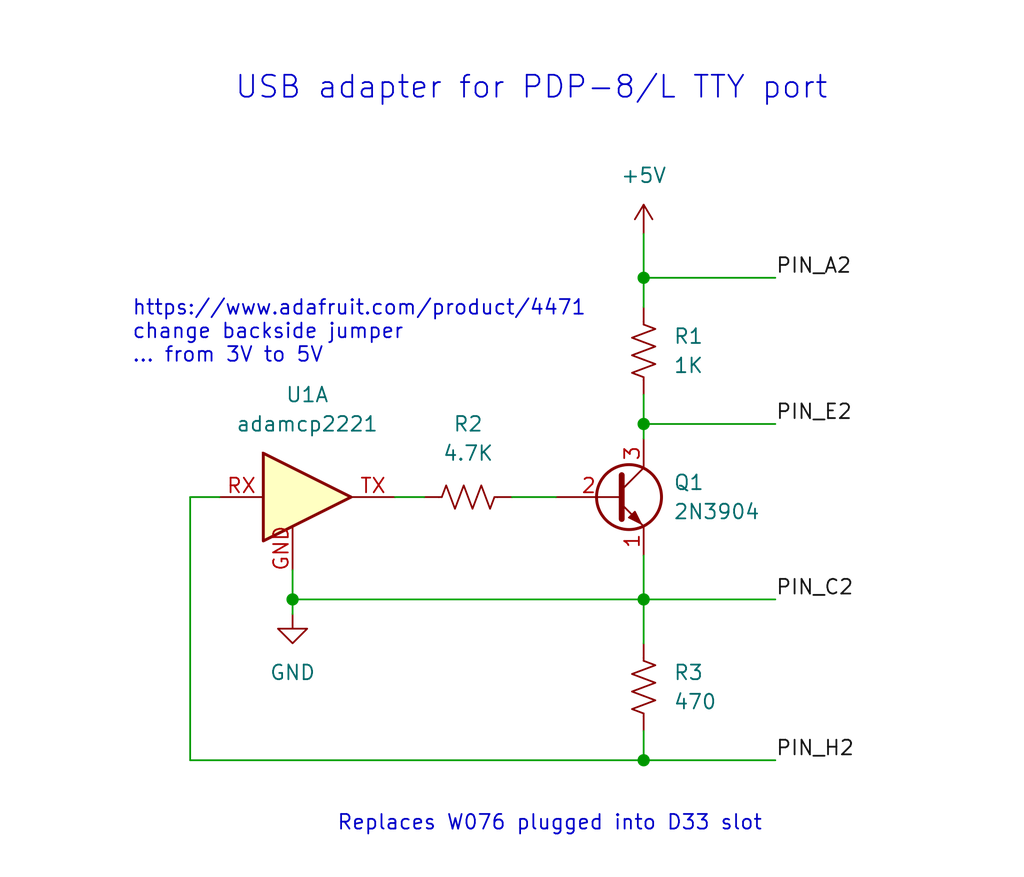
<source format=kicad_sch>
(kicad_sch (version 20230121) (generator eeschema)
  (paper "User" 88.9 76.2)
  (lib_symbols
    (symbol "Device:R_US" (pin_numbers hide) (pin_names (offset 0))
      (property "Reference" "R" (at 2.54 0 90))
      (property "Value" "R_US" (at -2.54 0 90))
      (symbol "R_US_0_1"
        (polyline (pts (xy 0 -2.286) (xy 0 -2.54)))
        (polyline (pts (xy 0 2.286) (xy 0 2.54)))
        (polyline (pts (xy 0 -0.762) (xy 1.016 -1.143) (xy 0 -1.524) (xy -1.016 -1.905) (xy 0 -2.286)))
        (polyline (pts (xy 0 0.762) (xy 1.016 0.381) (xy 0 0) (xy -1.016 -0.381) (xy 0 -0.762)))
        (polyline (pts (xy 0 2.286) (xy 1.016 1.905) (xy 0 1.524) (xy -1.016 1.143) (xy 0 0.762)))
      )
      (symbol "R_US_1_1"
        (pin passive line (at 0 3.81 270) (length 1.27) (name "~") (number "1"))
        (pin passive line (at 0 -3.81 90) (length 1.27) (name "~") (number "2"))
      )
    )
    (symbol "Transistor_BJT:2N3904" (pin_names (offset 0) hide)
      (property "Reference" "Q" (at 5.08 1.905 0))
      (property "Value" "2N3904" (at 5.08 0 0))
      (symbol "2N3904_0_1"
        (polyline (pts (xy 0.635 0.635) (xy 2.54 2.54)))
        (polyline (pts (xy 0.635 -0.635) (xy 2.54 -2.54) (xy 2.54 -2.54)))
        (polyline (pts (xy 0.635 1.905) (xy 0.635 -1.905) (xy 0.635 -1.905)) (stroke (width 0.508)))
        (polyline (pts (xy 1.27 -1.778) (xy 1.778 -1.27) (xy 2.286 -2.286) (xy 1.27 -1.778) (xy 1.27 -1.778)) (fill (type outline)))
        (circle (center 1.27 0) (radius 2.8194) (stroke (width 0.254)))
      )
      (symbol "2N3904_1_1"
        (pin passive line (at 2.54 -5.08 90) (length 2.54) (name "E") (number "1"))
        (pin passive line (at -5.08 0 0) (length 5.715) (name "B") (number "2"))
        (pin passive line (at 2.54 5.08 270) (length 2.54) (name "C") (number "3"))
      )
    )
    (symbol "power:+5V" (power) (pin_names (offset 0))
      (property "Value" "+5V" (at 0 3.556 0))
      (symbol "+5V_0_1"
        (polyline (pts (xy -0.762 1.27) (xy 0 2.54)))
        (polyline (pts (xy 0 0) (xy 0 2.54)))
        (polyline (pts (xy 0 2.54) (xy 0.762 1.27)))
      )
      (symbol "+5V_1_1"
        (pin power_in line (at 0 0 90) (length 0) hide (name "+5V") (number "1"))
      )
    )
    (symbol "power:GND" (power) (pin_names (offset 0))
      (property "Value" "GND" (at 0 -3.81 0))
      (symbol "GND_0_1"
        (polyline (pts (xy 0 0) (xy 0 -1.27) (xy 1.27 -1.27) (xy 0 -2.54) (xy -1.27 -1.27) (xy 0 -1.27)))
      )
      (symbol "GND_1_1"
        (pin power_in line (at 0 0 270) (length 0) hide (name "GND") (number "1"))
      )
    )
    (symbol "ttyusblib:adamcp2221"
      (property "Reference" "U" (at 1.27 3.81 0))
      (property "Value" "adamcp2221" (at 10.16 -3.81 0))
      (symbol "adamcp2221_1_0"
        (polyline (pts (xy -3.81 3.81) (xy -3.81 -3.81) (xy 3.81 0) (xy -3.81 3.81)) (stroke (width 0.254)) (fill (type background)))
        (pin passive line (at -1.27 -6.35 90) (length 3.81) (name "~") (number "GND"))
        (pin input line (at -7.62 0 0) (length 3.81) (name "~") (number "RX"))
        (pin output line (at 7.62 0 180) (length 3.81) (name "~") (number "TX"))
      )
      (symbol "adamcp2221_2_0"
        (polyline (pts (xy -3.81 3.81) (xy -3.81 -3.81) (xy 3.81 0) (xy -3.81 3.81)) (stroke (width 0.254)) (fill (type background)))
        (pin input line (at -7.62 0 0) (length 3.81) (name "~") (number "3"))
        (pin output inverted (at 7.62 0 180) (length 3.81) (name "~") (number "4"))
      )
      (symbol "adamcp2221_3_0"
        (polyline (pts (xy -3.81 3.81) (xy -3.81 -3.81) (xy 3.81 0) (xy -3.81 3.81)) (stroke (width 0.254)) (fill (type background)))
        (pin input line (at -7.62 0 0) (length 3.81) (name "~") (number "5"))
        (pin output inverted (at 7.62 0 180) (length 3.81) (name "~") (number "6"))
      )
      (symbol "adamcp2221_4_0"
        (polyline (pts (xy -3.81 3.81) (xy -3.81 -3.81) (xy 3.81 0) (xy -3.81 3.81)) (stroke (width 0.254)) (fill (type background)))
        (pin output inverted (at 7.62 0 180) (length 3.81) (name "~") (number "8"))
        (pin input line (at -7.62 0 0) (length 3.81) (name "~") (number "9"))
      )
      (symbol "adamcp2221_5_0"
        (polyline (pts (xy -3.81 3.81) (xy -3.81 -3.81) (xy 3.81 0) (xy -3.81 3.81)) (stroke (width 0.254)) (fill (type background)))
        (pin output inverted (at 7.62 0 180) (length 3.81) (name "~") (number "10"))
        (pin input line (at -7.62 0 0) (length 3.81) (name "~") (number "11"))
      )
      (symbol "adamcp2221_6_0"
        (polyline (pts (xy -3.81 3.81) (xy -3.81 -3.81) (xy 3.81 0) (xy -3.81 3.81)) (stroke (width 0.254)) (fill (type background)))
        (pin output inverted (at 7.62 0 180) (length 3.81) (name "~") (number "12"))
        (pin input line (at -7.62 0 0) (length 3.81) (name "~") (number "13"))
      )
      (symbol "adamcp2221_7_0"
        (pin power_in line (at 0 12.7 270) (length 5.08) (name "VCC") (number "14"))
        (pin power_in line (at 0 -12.7 90) (length 5.08) (name "GND") (number "7"))
      )
      (symbol "adamcp2221_7_1"
        (rectangle (start -5.08 7.62) (end 5.08 -7.62) (stroke (width 0.254)) (fill (type background)))
      )
    )
  )
  (junction (at 55.88 52.07))
  (junction (at 55.88 24.13))
  (junction (at 55.88 66.04))
  (junction (at 55.88 36.83))
  (junction (at 25.4 52.07))
  (wire (pts (xy 34.29 43.18) (xy 36.83 43.18)))
  (wire (pts (xy 55.88 34.29) (xy 55.88 36.83)))
  (wire (pts (xy 55.88 24.13) (xy 55.88 26.67)))
  (wire (pts (xy 25.4 52.07) (xy 55.88 52.07)))
  (wire (pts (xy 55.88 52.07) (xy 67.31 52.07)))
  (wire (pts (xy 55.88 36.83) (xy 55.88 38.1)))
  (wire (pts (xy 55.88 66.04) (xy 67.31 66.04)))
  (wire (pts (xy 55.88 36.83) (xy 67.31 36.83)))
  (wire (pts (xy 55.88 48.26) (xy 55.88 52.07)))
  (wire (pts (xy 55.88 24.13) (xy 67.31 24.13)))
  (wire (pts (xy 55.88 63.5) (xy 55.88 66.04)))
  (wire (pts (xy 44.45 43.18) (xy 48.26 43.18)))
  (wire (pts (xy 19.05 43.18) (xy 16.51 43.18)))
  (wire (pts (xy 16.51 66.04) (xy 55.88 66.04)))
  (wire (pts (xy 55.88 20.32) (xy 55.88 24.13)))
  (wire (pts (xy 25.4 49.53) (xy 25.4 52.07)))
  (wire (pts (xy 25.4 52.07) (xy 25.4 53.34)))
  (wire (pts (xy 16.51 43.18) (xy 16.51 66.04)))
  (wire (pts (xy 55.88 52.07) (xy 55.88 55.88)))
  (text "Replaces W076 plugged into D33 slot" (at 29.21 72.39 0) (effects (font (size 1.27 1.27)) (justify left bottom)))
  (text "https://www.adafruit.com/product/4471\nchange backside jumper\n... from 3V to 5V" (at 11.43 31.75 0) (effects (font (size 1.27 1.27)) (justify left bottom)))
  (text "USB adapter for PDP-8/L TTY port" (at 20.32 8.89 0) (effects (font (size 1.905 1.905)) (justify left bottom)))
  (label "PIN_E2" (at 67.31 36.83 0))
  (label "PIN_A2" (at 67.31 24.13 0))
  (label "PIN_C2" (at 67.31 52.07 0))
  (label "PIN_H2" (at 67.31 66.04 0))
  (symbol (lib_id "Transistor_BJT:2N3904") (at 53.34 43.18 0) (unit 1)
    (property "Reference" "Q1" (at 58.42 41.91 0) (effects (justify left)))
    (property "Value" "2N3904" (at 58.42 44.45 0) (effects (justify left)))
    (property "Footprint" "Package_TO_SOT_THT:TO-92_Inline" (effects hide))
    (property "Datasheet" "https://www.onsemi.com/pub/Collateral/2N3903-D.PDF" (effects hide))
  )
  (symbol (lib_id "Device:R_US") (at 40.64 43.18 90) (unit 1)
    (property "Reference" "R2" (at 40.64 36.83 90))
    (property "Value" "4.7K" (at 40.64 39.37 90))
  )
  (symbol (lib_id "ttyusblib:adamcp2221") (at 26.67 43.18 0) (unit 1)
    (property "Reference" "U1" (at 26.67 34.29 0))
    (property "Value" "adamcp2221" (at 26.67 36.83 0))
  )
  (symbol (lib_id "Device:R_US") (at 55.88 30.48 0) (unit 1)
    (property "Reference" "R1" (at 58.42 29.21 0) (effects (justify left)))
    (property "Value" "1K" (at 58.42 31.75 0) (effects (justify left)))
  )
  (symbol (lib_id "power:GND") (at 25.4 53.34 0) (unit 1)
    (property "Reference" "#PWR01" (effects hide))
    (property "Value" "GND" (at 25.4 58.42 0))
  )
  (symbol (lib_id "power:+5V") (at 55.88 20.32 0) (unit 1)
    (property "Reference" "#PWR02" (effects hide))
    (property "Value" "+5V" (at 55.88 15.24 0))
  )
  (symbol (lib_id "Device:R_US") (at 55.88 59.69 0) (unit 1)
    (property "Reference" "R3" (at 58.42 58.42 0) (effects (justify left)))
    (property "Value" "470" (at 58.42 60.96 0) (effects (justify left)))
  )
)
</source>
